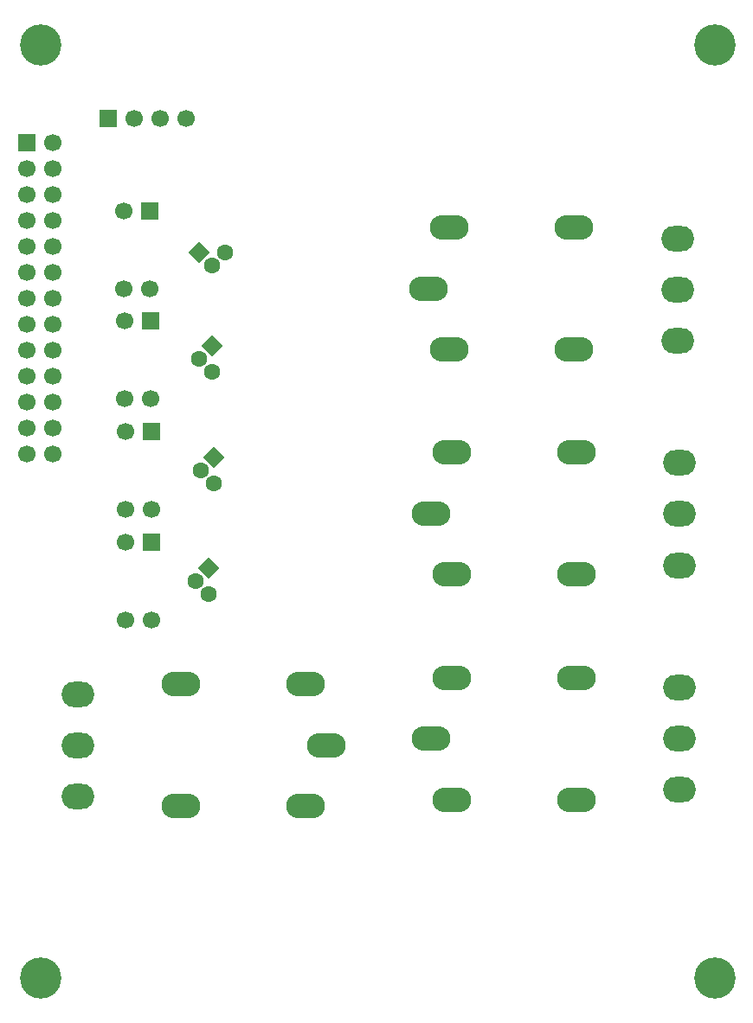
<source format=gbr>
G04 DipTrace 3.0.0.1*
G04 BottomMask.gbr*
%MOIN*%
G04 #@! TF.FileFunction,Soldermask,Bot*
G04 #@! TF.Part,Single*
%AMOUTLINE1*5,1,4,0,0,0.082002,-90.0*%
%AMOUTLINE4*5,1,4,0,0,0.082002,-179.999998*%
%ADD42C,0.159449*%
%ADD55C,0.062992*%
%ADD57C,0.066929*%
%ADD59C,0.066929*%
%ADD61R,0.066929X0.066929*%
%ADD65O,0.149606X0.094488*%
%ADD67O,0.125984X0.098425*%
%ADD73OUTLINE1*%
%ADD76OUTLINE4*%
%FSLAX26Y26*%
G04*
G70*
G90*
G75*
G01*
G04 BotMask*
%LPD*%
D67*
X2998163Y3394370D3*
Y3197520D3*
Y3000670D3*
X3005525Y2530433D3*
Y2333583D3*
Y2136732D3*
X3006431Y1666549D3*
Y1469698D3*
Y1272848D3*
X688832Y1244252D3*
Y1441103D3*
Y1637953D3*
D42*
X3141864Y4141746D3*
X3141851Y545551D3*
X545538Y545565D3*
X545656Y4141732D3*
D65*
X2040026Y3202100D3*
X2120026Y2967100D3*
Y3437100D3*
X2600026D3*
Y2967100D3*
X2048294Y2335433D3*
X2128294Y2100433D3*
Y2570433D3*
X2608294D3*
Y2100433D3*
X2048032Y1468504D3*
X2128032Y1233504D3*
Y1703504D3*
X2608032D3*
Y1233504D3*
X1647900Y1443307D3*
X1567900Y1678307D3*
Y1208307D3*
X1087900D3*
Y1678307D3*
D61*
X492257Y3766011D3*
D59*
X592257D3*
X492257Y3666011D3*
X592257D3*
X492257Y3566011D3*
X592257D3*
X492257Y3466011D3*
X592257D3*
X492257Y3366011D3*
X592257D3*
X492257Y3266011D3*
X592257D3*
X492257Y3166011D3*
X592257D3*
X492257Y3066011D3*
X592257D3*
X492257Y2966011D3*
X592257D3*
X492257Y2866011D3*
X592257D3*
X492257Y2766011D3*
X592257D3*
X492257Y2666011D3*
X592257D3*
X492257Y2566011D3*
X592257D3*
D61*
X967192Y3501575D3*
D57*
X867192D3*
Y3201575D3*
X967192D3*
D61*
X971260Y3077297D3*
D57*
X871260D3*
Y2777297D3*
X971260D3*
D61*
X971916Y2652625D3*
D57*
X871916D3*
Y2352625D3*
X971916D3*
D61*
X974410Y2225984D3*
D57*
X874410D3*
Y1925984D3*
X974410D3*
D55*
X1255250Y3343439D3*
X1205250Y3293439D3*
D73*
X1155250Y3343439D3*
D55*
X1207481Y2882809D3*
X1157481Y2932809D3*
D76*
X1207481Y2982809D3*
D55*
X1212008Y2450460D3*
X1162008Y2500460D3*
D76*
X1212008Y2550460D3*
D55*
X1192520Y2025591D3*
X1142520Y2075591D3*
D76*
X1192520Y2125591D3*
D61*
X807874Y3857218D3*
D59*
X907874D3*
X1007874D3*
X1107874D3*
M02*

</source>
